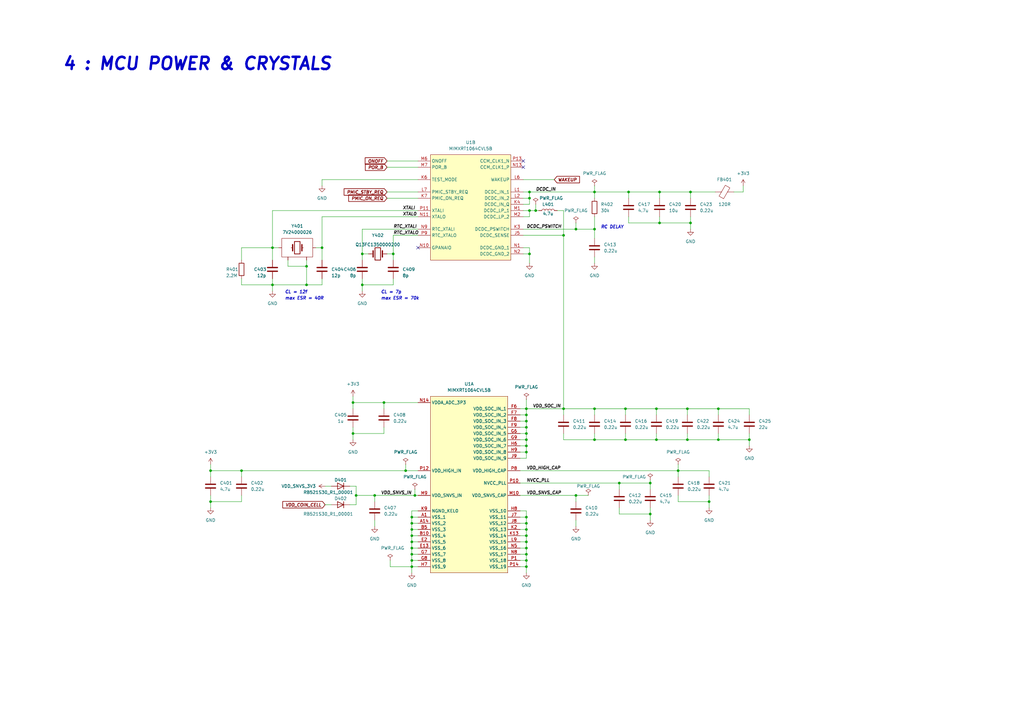
<source format=kicad_sch>
(kicad_sch (version 20211123) (generator eeschema)
  (paper "A3")
  (title_block (title "MCU GPIO & Memory signals") (date "2023-05-19") (rev "0") (company "Soundsom"))
  (junction (at 215.9 175.26))
  (junction (at 256.54 167.64))
  (junction (at 111.76 116.84))
  (junction (at 86.36 193.04))
  (junction (at 215.9 227.33))
  (junction (at 86.36 205.74))
  (junction (at 166.37 193.04))
  (junction (at 266.7 210.82))
  (junction (at 170.18 203.2))
  (junction (at 215.9 212.09))
  (junction (at 215.9 219.71))
  (junction (at 217.17 81.28))
  (junction (at 243.84 180.34))
  (junction (at 266.7 198.12))
  (junction (at 148.59 116.84))
  (junction (at 161.29 104.14))
  (junction (at 217.17 86.36))
  (junction (at 294.64 167.64))
  (junction (at 157.48 165.1))
  (junction (at 168.91 227.33))
  (junction (at 215.9 182.88))
  (junction (at 144.78 177.8))
  (junction (at 269.24 167.64))
  (junction (at 215.9 167.64))
  (junction (at 168.91 212.09))
  (junction (at 153.67 203.2))
  (junction (at 168.91 232.41))
  (junction (at 217.17 78.74))
  (junction (at 215.9 217.17))
  (junction (at 283.21 78.74))
  (junction (at 281.94 167.64))
  (junction (at 278.13 193.04))
  (junction (at 215.9 170.18))
  (junction (at 111.76 101.6))
  (junction (at 290.83 205.74))
  (junction (at 256.54 180.34))
  (junction (at 215.9 229.87))
  (junction (at 168.91 222.25))
  (junction (at 243.84 93.98))
  (junction (at 231.14 96.52))
  (junction (at 215.9 214.63))
  (junction (at 294.64 180.34))
  (junction (at 215.9 180.34))
  (junction (at 217.17 104.14))
  (junction (at 270.51 91.44))
  (junction (at 125.73 116.84))
  (junction (at 254 198.12))
  (junction (at 168.91 224.79))
  (junction (at 281.94 180.34))
  (junction (at 144.78 165.1))
  (junction (at 243.84 167.64))
  (junction (at 168.91 229.87))
  (junction (at 168.91 219.71))
  (junction (at 236.22 203.2))
  (junction (at 215.9 177.8))
  (junction (at 307.34 180.34))
  (junction (at 99.06 193.04))
  (junction (at 257.81 78.74))
  (junction (at 146.05 203.2))
  (junction (at 231.14 167.64))
  (junction (at 236.22 93.98))
  (junction (at 132.08 101.6))
  (junction (at 219.71 86.36))
  (junction (at 125.73 109.22))
  (junction (at 243.84 78.74))
  (junction (at 215.9 222.25))
  (junction (at 215.9 224.79))
  (junction (at 168.91 217.17))
  (junction (at 215.9 232.41))
  (junction (at 148.59 104.14))
  (junction (at 215.9 172.72))
  (junction (at 270.51 78.74))
  (junction (at 168.91 214.63))
  (junction (at 215.9 185.42))
  (junction (at 269.24 180.34))
  (junction (at 283.21 91.44))
  (no_connect (at 171.45 101.6))
  (no_connect (at 214.63 66.04))
  (no_connect (at 214.63 68.58))
  (wire (pts (xy 278.13 205.74) (xy 290.83 205.74)))
  (wire (pts (xy 86.36 193.04) (xy 86.36 195.58)))
  (wire (pts (xy 168.91 224.79) (xy 168.91 222.25)))
  (wire (pts (xy 99.06 203.2) (xy 99.06 205.74)))
  (wire (pts (xy 304.8 76.2) (xy 304.8 78.74)))
  (wire (pts (xy 213.36 224.79) (xy 215.9 224.79)))
  (wire (pts (xy 243.84 105.41) (xy 243.84 107.95)))
  (wire (pts (xy 231.14 180.34) (xy 243.84 180.34)))
  (wire (pts (xy 215.9 163.83) (xy 215.9 167.64)))
  (wire (pts (xy 256.54 177.8) (xy 256.54 180.34)))
  (wire (pts (xy 300.99 78.74) (xy 304.8 78.74)))
  (wire (pts (xy 243.84 78.74) (xy 257.81 78.74)))
  (wire (pts (xy 144.78 162.56) (xy 144.78 165.1)))
  (wire (pts (xy 158.75 78.74) (xy 171.45 78.74)))
  (wire (pts (xy 143.51 207.01) (xy 146.05 207.01)))
  (wire (pts (xy 294.64 167.64) (xy 307.34 167.64)))
  (wire (pts (xy 168.91 227.33) (xy 168.91 224.79)))
  (wire (pts (xy 144.78 177.8) (xy 157.48 177.8)))
  (wire (pts (xy 215.9 209.55) (xy 215.9 212.09)))
  (wire (pts (xy 158.75 81.28) (xy 171.45 81.28)))
  (wire (pts (xy 158.75 66.04) (xy 171.45 66.04)))
  (wire (pts (xy 153.67 213.36) (xy 153.67 215.9)))
  (wire (pts (xy 283.21 81.28) (xy 283.21 78.74)))
  (wire (pts (xy 144.78 177.8) (xy 144.78 180.34)))
  (wire (pts (xy 213.36 185.42) (xy 215.9 185.42)))
  (wire (pts (xy 157.48 175.26) (xy 157.48 177.8)))
  (wire (pts (xy 281.94 180.34) (xy 294.64 180.34)))
  (wire (pts (xy 168.91 232.41) (xy 168.91 234.95)))
  (wire (pts (xy 168.91 217.17) (xy 168.91 214.63)))
  (wire (pts (xy 270.51 91.44) (xy 283.21 91.44)))
  (wire (pts (xy 217.17 86.36) (xy 219.71 86.36)))
  (wire (pts (xy 168.91 232.41) (xy 160.02 232.41)))
  (wire (pts (xy 132.08 88.9) (xy 171.45 88.9)))
  (wire (pts (xy 257.81 91.44) (xy 270.51 91.44)))
  (wire (pts (xy 269.24 167.64) (xy 281.94 167.64)))
  (wire (pts (xy 213.36 214.63) (xy 215.9 214.63)))
  (wire (pts (xy 168.91 229.87) (xy 168.91 227.33)))
  (wire (pts (xy 168.91 232.41) (xy 168.91 229.87)))
  (wire (pts (xy 99.06 193.04) (xy 166.37 193.04)))
  (wire (pts (xy 168.91 212.09) (xy 168.91 209.55)))
  (wire (pts (xy 213.36 167.64) (xy 215.9 167.64)))
  (wire (pts (xy 307.34 180.34) (xy 307.34 177.8)))
  (wire (pts (xy 215.9 172.72) (xy 215.9 175.26)))
  (wire (pts (xy 214.63 73.66) (xy 227.33 73.66)))
  (wire (pts (xy 168.91 224.79) (xy 171.45 224.79)))
  (wire (pts (xy 213.36 212.09) (xy 215.9 212.09)))
  (wire (pts (xy 148.59 104.14) (xy 148.59 93.98)))
  (wire (pts (xy 86.36 193.04) (xy 99.06 193.04)))
  (wire (pts (xy 269.24 180.34) (xy 281.94 180.34)))
  (wire (pts (xy 266.7 198.12) (xy 266.7 200.66)))
  (wire (pts (xy 161.29 116.84) (xy 148.59 116.84)))
  (wire (pts (xy 228.6 86.36) (xy 231.14 86.36)))
  (wire (pts (xy 215.9 177.8) (xy 215.9 180.34)))
  (wire (pts (xy 214.63 93.98) (xy 236.22 93.98)))
  (wire (pts (xy 161.29 104.14) (xy 161.29 96.52)))
  (wire (pts (xy 236.22 203.2) (xy 241.3 203.2)))
  (wire (pts (xy 213.36 175.26) (xy 215.9 175.26)))
  (wire (pts (xy 168.91 227.33) (xy 171.45 227.33)))
  (wire (pts (xy 307.34 167.64) (xy 307.34 170.18)))
  (wire (pts (xy 111.76 116.84) (xy 125.73 116.84)))
  (wire (pts (xy 290.83 203.2) (xy 290.83 205.74)))
  (wire (pts (xy 213.36 203.2) (xy 236.22 203.2)))
  (wire (pts (xy 86.36 190.5) (xy 86.36 193.04)))
  (wire (pts (xy 307.34 180.34) (xy 307.34 182.88)))
  (wire (pts (xy 231.14 167.64) (xy 243.84 167.64)))
  (wire (pts (xy 168.91 214.63) (xy 168.91 212.09)))
  (wire (pts (xy 215.9 167.64) (xy 215.9 170.18)))
  (wire (pts (xy 215.9 227.33) (xy 215.9 229.87)))
  (wire (pts (xy 111.76 101.6) (xy 111.76 106.68)))
  (wire (pts (xy 215.9 170.18) (xy 215.9 172.72)))
  (wire (pts (xy 214.63 101.6) (xy 217.17 101.6)))
  (wire (pts (xy 243.84 167.64) (xy 256.54 167.64)))
  (wire (pts (xy 111.76 101.6) (xy 111.76 86.36)))
  (wire (pts (xy 146.05 203.2) (xy 153.67 203.2)))
  (wire (pts (xy 270.51 78.74) (xy 257.81 78.74)))
  (wire (pts (xy 254 198.12) (xy 266.7 198.12)))
  (wire (pts (xy 146.05 203.2) (xy 146.05 207.01)))
  (wire (pts (xy 213.36 180.34) (xy 215.9 180.34)))
  (wire (pts (xy 217.17 78.74) (xy 217.17 81.28)))
  (wire (pts (xy 214.63 81.28) (xy 217.17 81.28)))
  (wire (pts (xy 168.91 229.87) (xy 171.45 229.87)))
  (wire (pts (xy 215.9 212.09) (xy 215.9 214.63)))
  (wire (pts (xy 161.29 104.14) (xy 161.29 106.68)))
  (wire (pts (xy 125.73 109.22) (xy 125.73 116.84)))
  (wire (pts (xy 213.36 172.72) (xy 215.9 172.72)))
  (wire (pts (xy 146.05 199.39) (xy 143.51 199.39)))
  (wire (pts (xy 231.14 96.52) (xy 231.14 86.36)))
  (wire (pts (xy 157.48 165.1) (xy 171.45 165.1)))
  (wire (pts (xy 219.71 83.82) (xy 219.71 86.36)))
  (wire (pts (xy 215.9 229.87) (xy 215.9 232.41)))
  (wire (pts (xy 213.36 229.87) (xy 215.9 229.87)))
  (wire (pts (xy 213.36 177.8) (xy 215.9 177.8)))
  (wire (pts (xy 99.06 205.74) (xy 86.36 205.74)))
  (wire (pts (xy 254 208.28) (xy 254 210.82)))
  (wire (pts (xy 243.84 177.8) (xy 243.84 180.34)))
  (wire (pts (xy 86.36 205.74) (xy 86.36 208.28)))
  (wire (pts (xy 214.63 78.74) (xy 217.17 78.74)))
  (wire (pts (xy 290.83 205.74) (xy 290.83 208.28)))
  (wire (pts (xy 256.54 167.64) (xy 269.24 167.64)))
  (wire (pts (xy 243.84 93.98) (xy 243.84 88.9)))
  (wire (pts (xy 157.48 165.1) (xy 157.48 167.64)))
  (wire (pts (xy 168.91 222.25) (xy 171.45 222.25)))
  (wire (pts (xy 214.63 88.9) (xy 217.17 88.9)))
  (wire (pts (xy 146.05 199.39) (xy 146.05 203.2)))
  (wire (pts (xy 129.54 101.6) (xy 132.08 101.6)))
  (wire (pts (xy 125.73 106.68) (xy 125.73 109.22)))
  (wire (pts (xy 256.54 167.64) (xy 256.54 170.18)))
  (wire (pts (xy 270.51 81.28) (xy 270.51 78.74)))
  (wire (pts (xy 266.7 210.82) (xy 266.7 213.36)))
  (wire (pts (xy 168.91 217.17) (xy 171.45 217.17)))
  (wire (pts (xy 215.9 214.63) (xy 215.9 217.17)))
  (wire (pts (xy 111.76 116.84) (xy 111.76 119.38)))
  (wire (pts (xy 213.36 217.17) (xy 215.9 217.17)))
  (wire (pts (xy 168.91 219.71) (xy 168.91 217.17)))
  (wire (pts (xy 213.36 182.88) (xy 215.9 182.88)))
  (wire (pts (xy 283.21 91.44) (xy 283.21 88.9)))
  (wire (pts (xy 125.73 116.84) (xy 132.08 116.84)))
  (wire (pts (xy 281.94 167.64) (xy 281.94 170.18)))
  (wire (pts (xy 257.81 81.28) (xy 257.81 78.74)))
  (wire (pts (xy 231.14 96.52) (xy 231.14 167.64)))
  (wire (pts (xy 111.76 101.6) (xy 99.06 101.6)))
  (wire (pts (xy 215.9 217.17) (xy 215.9 219.71)))
  (wire (pts (xy 161.29 96.52) (xy 171.45 96.52)))
  (wire (pts (xy 111.76 101.6) (xy 114.3 101.6)))
  (wire (pts (xy 215.9 232.41) (xy 215.9 234.95)))
  (wire (pts (xy 168.91 219.71) (xy 171.45 219.71)))
  (wire (pts (xy 215.9 222.25) (xy 215.9 224.79)))
  (wire (pts (xy 214.63 96.52) (xy 231.14 96.52)))
  (wire (pts (xy 213.36 222.25) (xy 215.9 222.25)))
  (wire (pts (xy 243.84 167.64) (xy 243.84 170.18)))
  (wire (pts (xy 168.91 222.25) (xy 168.91 219.71)))
  (wire (pts (xy 236.22 213.36) (xy 236.22 215.9)))
  (wire (pts (xy 118.11 109.22) (xy 125.73 109.22)))
  (wire (pts (xy 278.13 190.5) (xy 278.13 193.04)))
  (wire (pts (xy 215.9 180.34) (xy 215.9 182.88)))
  (wire (pts (xy 283.21 78.74) (xy 293.37 78.74)))
  (wire (pts (xy 217.17 104.14) (xy 217.17 107.95)))
  (wire (pts (xy 269.24 167.64) (xy 269.24 170.18)))
  (wire (pts (xy 266.7 196.85) (xy 266.7 198.12)))
  (wire (pts (xy 161.29 114.3) (xy 161.29 116.84)))
  (wire (pts (xy 294.64 177.8) (xy 294.64 180.34)))
  (wire (pts (xy 148.59 93.98) (xy 171.45 93.98)))
  (wire (pts (xy 215.9 185.42) (xy 215.9 182.88)))
  (wire (pts (xy 213.36 227.33) (xy 215.9 227.33)))
  (wire (pts (xy 171.45 203.2) (xy 170.18 203.2)))
  (wire (pts (xy 236.22 203.2) (xy 236.22 205.74)))
  (wire (pts (xy 219.71 86.36) (xy 220.98 86.36)))
  (wire (pts (xy 256.54 180.34) (xy 269.24 180.34)))
  (wire (pts (xy 243.84 76.2) (xy 243.84 78.74)))
  (wire (pts (xy 283.21 91.44) (xy 283.21 93.98)))
  (wire (pts (xy 148.59 116.84) (xy 148.59 119.38)))
  (wire (pts (xy 133.35 199.39) (xy 135.89 199.39)))
  (wire (pts (xy 243.84 93.98) (xy 243.84 97.79)))
  (wire (pts (xy 217.17 83.82) (xy 217.17 81.28)))
  (wire (pts (xy 254 198.12) (xy 254 200.66)))
  (wire (pts (xy 168.91 214.63) (xy 171.45 214.63)))
  (wire (pts (xy 99.06 116.84) (xy 111.76 116.84)))
  (wire (pts (xy 270.51 88.9) (xy 270.51 91.44)))
  (wire (pts (xy 213.36 209.55) (xy 215.9 209.55)))
  (wire (pts (xy 214.63 83.82) (xy 217.17 83.82)))
  (wire (pts (xy 236.22 93.98) (xy 243.84 93.98)))
  (wire (pts (xy 158.75 104.14) (xy 161.29 104.14)))
  (wire (pts (xy 132.08 101.6) (xy 132.08 106.68)))
  (wire (pts (xy 132.08 73.66) (xy 132.08 76.2)))
  (wire (pts (xy 215.9 167.64) (xy 231.14 167.64)))
  (wire (pts (xy 278.13 193.04) (xy 290.83 193.04)))
  (wire (pts (xy 132.08 73.66) (xy 171.45 73.66)))
  (wire (pts (xy 144.78 175.26) (xy 144.78 177.8)))
  (wire (pts (xy 294.64 180.34) (xy 307.34 180.34)))
  (wire (pts (xy 217.17 88.9) (xy 217.17 86.36)))
  (wire (pts (xy 243.84 180.34) (xy 256.54 180.34)))
  (wire (pts (xy 153.67 203.2) (xy 153.67 205.74)))
  (wire (pts (xy 215.9 219.71) (xy 215.9 222.25)))
  (wire (pts (xy 213.36 198.12) (xy 254 198.12)))
  (wire (pts (xy 231.14 177.8) (xy 231.14 180.34)))
  (wire (pts (xy 132.08 101.6) (xy 132.08 88.9)))
  (wire (pts (xy 214.63 104.14) (xy 217.17 104.14)))
  (wire (pts (xy 213.36 187.96) (xy 215.9 187.96)))
  (wire (pts (xy 111.76 114.3) (xy 111.76 116.84)))
  (wire (pts (xy 283.21 78.74) (xy 270.51 78.74)))
  (wire (pts (xy 168.91 212.09) (xy 171.45 212.09)))
  (wire (pts (xy 278.13 193.04) (xy 278.13 195.58)))
  (wire (pts (xy 215.9 187.96) (xy 215.9 185.42)))
  (wire (pts (xy 144.78 165.1) (xy 157.48 165.1)))
  (wire (pts (xy 148.59 104.14) (xy 148.59 106.68)))
  (wire (pts (xy 257.81 88.9) (xy 257.81 91.44)))
  (wire (pts (xy 213.36 170.18) (xy 215.9 170.18)))
  (wire (pts (xy 215.9 175.26) (xy 215.9 177.8)))
  (wire (pts (xy 243.84 78.74) (xy 243.84 81.28)))
  (wire (pts (xy 231.14 170.18) (xy 231.14 167.64)))
  (wire (pts (xy 166.37 193.04) (xy 171.45 193.04)))
  (wire (pts (xy 215.9 232.41) (xy 213.36 232.41)))
  (wire (pts (xy 281.94 167.64) (xy 294.64 167.64)))
  (wire (pts (xy 269.24 177.8) (xy 269.24 180.34)))
  (wire (pts (xy 99.06 101.6) (xy 99.06 106.68)))
  (wire (pts (xy 158.75 68.58) (xy 171.45 68.58)))
  (wire (pts (xy 213.36 193.04) (xy 278.13 193.04)))
  (wire (pts (xy 132.08 114.3) (xy 132.08 116.84)))
  (wire (pts (xy 111.76 86.36) (xy 171.45 86.36)))
  (wire (pts (xy 213.36 219.71) (xy 215.9 219.71)))
  (wire (pts (xy 217.17 78.74) (xy 243.84 78.74)))
  (wire (pts (xy 166.37 190.5) (xy 166.37 193.04)))
  (wire (pts (xy 170.18 203.2) (xy 153.67 203.2)))
  (wire (pts (xy 278.13 203.2) (xy 278.13 205.74)))
  (wire (pts (xy 281.94 177.8) (xy 281.94 180.34)))
  (wire (pts (xy 99.06 114.3) (xy 99.06 116.84)))
  (wire (pts (xy 118.11 106.68) (xy 118.11 109.22)))
  (wire (pts (xy 86.36 203.2) (xy 86.36 205.74)))
  (wire (pts (xy 254 210.82) (xy 266.7 210.82)))
  (wire (pts (xy 236.22 91.44) (xy 236.22 93.98)))
  (wire (pts (xy 160.02 232.41) (xy 160.02 229.87)))
  (wire (pts (xy 294.64 167.64) (xy 294.64 170.18)))
  (wire (pts (xy 144.78 165.1) (xy 144.78 167.64)))
  (wire (pts (xy 171.45 232.41) (xy 168.91 232.41)))
  (wire (pts (xy 214.63 86.36) (xy 217.17 86.36)))
  (wire (pts (xy 99.06 193.04) (xy 99.06 195.58)))
  (wire (pts (xy 151.13 104.14) (xy 148.59 104.14)))
  (wire (pts (xy 133.35 207.01) (xy 135.89 207.01)))
  (wire (pts (xy 266.7 208.28) (xy 266.7 210.82)))
  (wire (pts (xy 215.9 224.79) (xy 215.9 227.33)))
  (wire (pts (xy 290.83 193.04) (xy 290.83 195.58)))
  (wire (pts (xy 168.91 209.55) (xy 171.45 209.55)))
  (wire (pts (xy 217.17 101.6) (xy 217.17 104.14)))
  (wire (pts (xy 170.18 200.66) (xy 170.18 203.2)))
  (wire (pts (xy 148.59 114.3) (xy 148.59 116.84)))
  (text "RC DELAY" (at 246.38 93.98 0) (effects (font (size 1.27 1.27) bold italic) (justify left bottom)))
  (text "4 : MCU POWER & CRYSTALS" (at 25.4 29.21 0) (effects (font (size 5 5) bold italic) (justify left bottom)))
  (text "CL = 7p" (at 156.21 120.65 0) (effects (font (size 1.27 1.27) (thickness 0.254) bold italic) (justify left bottom)))
  (text "max ESR = 70k " (at 156.21 123.19 0) (effects (font (size 1.27 1.27) bold italic) (justify left bottom)))
  (text "CL = 12f" (at 116.84 120.65 0) (effects (font (size 1.27 1.27) bold italic) (justify left bottom)))
  (text "max ESR = 40R" (at 116.84 123.19 0) (effects (font (size 1.27 1.27) bold italic) (justify left bottom)))
  (label "DCDC_IN" (at 219.71 78.74 0) (effects (font bold italic)))
  (label "XTAL0" (at 165.1 88.9 0) (effects (font bold italic)))
  (label "VDD_SOC_IN" (at 218.44 167.64 0) (effects (font bold italic)))
  (label "VDD_SNVS_IN" (at 156.21 203.2 0) (effects (font bold italic)))
  (label "XTALI" (at 165.1 86.36 0) (effects (font bold italic)))
  (label "RTC_XTALI" (at 161.29 93.98 0) (effects (font bold italic)))
  (label "NVCC_PLL" (at 215.9 198.12 0) (effects (font bold italic)))
  (label "VDD_HIGH_CAP" (at 215.9 193.04 0) (effects (font bold italic)))
  (label "RTC_XTALO" (at 161.29 96.52 0) (effects (font bold italic)))
  (label "DCDC_PSWITCH" (at 215.9 93.98 0) (effects (font bold italic)))
  (label "VDD_SNVS_CAP" (at 215.9 203.2 0) (effects (font bold italic)))
  (global_label "VDD_COIN_CELL" (shape input) (at 133.35 207.01 180) (effects (font (thickness 0.254) bold italic)) (property "Intersheet References" "${INTERSHEET_REFS}" (effects hide)))
  (global_label "PMIC_ON_REQ" (shape input) (at 158.75 81.28 180) (effects (font bold italic)) (property "Intersheet References" "${INTERSHEET_REFS}" (effects hide)))
  (global_label "WAKEUP" (shape input) (at 227.33 73.66 0) (effects (font bold italic)) (property "Intersheet References" "${INTERSHEET_REFS}" (effects hide)))
  (global_label "PMIC_STBY_REQ" (shape input) (at 158.75 78.74 180) (effects (font bold italic)) (property "Intersheet References" "${INTERSHEET_REFS}" (effects hide)))
  (global_label "ONOFF" (shape input) (at 158.75 66.04 180) (effects (font bold italic)) (property "Intersheet References" "${INTERSHEET_REFS}" (effects hide)))
  (global_label "POR_B" (shape input) (at 158.75 68.58 180) (effects (font bold italic)) (property "Intersheet References" "${INTERSHEET_REFS}" (effects hide)))
  (symbol (lib_id "power:+3V3") (at 144.78 162.56 0) (unit 1)
    (property "Reference" "#PWR0406" (effects hide))
    (property "Value" "+3V3" (at 144.78 157.48 0))
  )
  (symbol (lib_id "power:+3V3") (at 304.8 76.2 0) (unit 1)
    (property "Reference" "#PWR0418" (effects hide))
    (property "Value" "+3V3" (at 304.8 71.12 0))
  )
  (symbol (lib_id "MIMXRT1064 MCU Module:RB521S30_R1_00001") (at 139.7 199.39 0) (mirror y) (unit 1)
    (property "Reference" "D401" (at 139.7 196.85 0))
    (property "Value" "RB521S30_R1_00001" (at 134.62 201.93 0))
    (property "Footprint" "MIMXRT1064 MCU Module:RB521S30_R1_00001" (effects hide))
  )
  (symbol (lib_id "power:PWR_FLAG") (at 236.22 91.44 0) (unit 1)
    (property "Reference" "#FLG0407" (effects hide))
    (property "Value" "PWR_FLAG" (at 236.22 86.36 0))
  )
  (symbol (lib_name "CL05B224KO5NNNC_12") (lib_id "MIMXRT1064 MCU Module:CL05B224KO5NNNC") (at 281.94 173.99 0) (unit 1)
    (property "Reference" "C422" (at 285.75 172.7199 0) (effects (justify left)))
    (property "Value" "0.22u" (at 285.75 175.2599 0) (effects (justify left)))
    (property "Footprint" "MIMXRT1064 MCU Module:0402_CL05B224KO5NNNC" (effects hide))
  )
  (symbol (lib_id "power:GND") (at 215.9 234.95 0) (unit 1)
    (property "Reference" "#PWR0411" (effects hide))
    (property "Value" "GND" (at 215.9 240.03 0))
  )
  (symbol (lib_name "CL05B224KO5NNNC_5") (lib_id "MIMXRT1064 MCU Module:CL05B224KO5NNNC") (at 243.84 173.99 0) (unit 1)
    (property "Reference" "C414" (at 247.65 172.7199 0) (effects (justify left)))
    (property "Value" "0.22u" (at 247.65 175.2599 0) (effects (justify left)))
    (property "Footprint" "MIMXRT1064 MCU Module:0402_CL05B224KO5NNNC" (effects hide))
  )
  (symbol (lib_id "power:GND") (at 132.08 76.2 0) (unit 1)
    (property "Reference" "#PWR0404" (effects hide))
    (property "Value" "GND" (at 132.08 81.28 0))
  )
  (symbol (lib_id "power:PWR_FLAG") (at 160.02 229.87 0) (unit 1)
    (property "Reference" "#FLG0401" (effects hide))
    (property "Value" "PWR_FLAG" (at 156.21 224.79 0) (effects (justify left)))
  )
  (symbol (lib_name "CL05B224KO5NNNC_6") (lib_id "MIMXRT1064 MCU Module:CL05B224KO5NNNC") (at 243.84 101.6 0) (unit 1)
    (property "Reference" "C413" (at 247.65 100.3299 0) (effects (justify left)))
    (property "Value" "0.22u" (at 247.65 102.8699 0) (effects (justify left)))
    (property "Footprint" "MIMXRT1064 MCU Module:0402_CL05B224KO5NNNC" (effects hide))
  )
  (symbol (lib_id "MIMXRT1064 MCU Module:LQM21PN4R7MGRD") (at 224.79 86.36 0) (unit 1)
    (property "Reference" "L401" (at 224.79 83.82 0))
    (property "Value" "4.7u" (at 224.79 87.63 0))
    (property "Footprint" "MIMXRT1064 MCU Module:LQM21PN4R7MGRD" (effects hide))
  )
  (symbol (lib_id "MIMXRT1064 MCU Module:RB521S30_R1_00001") (at 139.7 207.01 0) (mirror y) (unit 1)
    (property "Reference" "D402" (at 139.7 204.47 0))
    (property "Value" "RB521S30_R1_00001" (at 134.62 210.82 0))
    (property "Footprint" "MIMXRT1064 MCU Module:RB521S30_R1_00001" (effects hide))
  )
  (symbol (lib_id "power:GND") (at 243.84 107.95 0) (unit 1)
    (property "Reference" "#PWR0414" (effects hide))
    (property "Value" "GND" (at 243.84 113.03 0))
  )
  (symbol (lib_id "MIMXRT1064 MCU Module:CL10A106KP8NNNC") (at 270.51 85.09 0) (unit 1)
    (property "Reference" "C420" (at 274.32 83.8199 0) (effects (justify left)))
    (property "Value" "10u" (at 274.32 86.3599 0) (effects (justify left)))
    (property "Footprint" "MIMXRT1064 MCU Module:0603_CL10A106KP8NNNC" (effects hide))
  )
  (symbol (lib_id "MIMXRT1064 MCU Module:GCM1555C1H8R0DA16D") (at 161.29 110.49 0) (unit 1)
    (property "Reference" "C409" (at 165.1 110.49 0) (effects (justify left)))
    (property "Value" "8p" (at 165.1 113.03 0) (effects (justify left)))
    (property "Footprint" "MIMXRT1064 MCU Module:0402_GCM1555C1H8R0DA16D" (effects hide))
  )
  (symbol (lib_name "CL05B224KO5NNNC_3") (lib_id "MIMXRT1064 MCU Module:CL05B224KO5NNNC") (at 99.06 199.39 0) (unit 1)
    (property "Reference" "C402" (at 102.87 198.1199 0) (effects (justify left)))
    (property "Value" "0.22u" (at 102.87 200.6599 0) (effects (justify left)))
    (property "Footprint" "MIMXRT1064 MCU Module:0402_CL05B224KO5NNNC" (effects hide))
  )
  (symbol (lib_id "MIMXRT1064 MCU Module:CL05A105KA5NQNC") (at 144.78 171.45 0) (unit 1)
    (property "Reference" "C405" (at 137.16 170.18 0) (effects (justify left)))
    (property "Value" "1u" (at 138.43 172.72 0) (effects (justify left)))
    (property "Footprint" "MIMXRT1064 MCU Module:0402_CL05A105KA5NQNC" (effects hide))
  )
  (symbol (lib_name "CL05A475MP5NRNC_3") (lib_id "MIMXRT1064 MCU Module:CL05A475MP5NRNC") (at 257.81 85.09 0) (unit 1)
    (property "Reference" "C417" (at 261.62 83.8199 0) (effects (justify left)))
    (property "Value" "4.7u" (at 261.62 86.3599 0) (effects (justify left)))
    (property "Footprint" "MIMXRT1064 MCU Module:0402_CL05A475MP5NRNC" (effects hide))
  )
  (symbol (lib_id "MIMXRT1064 MCU Module:MIMXRT1064CVL5B") (at 191.77 196.85 0) (unit 1)
    (property "Reference" "U1" (at 192.405 157.48 0))
    (property "Value" "MIMXRT1064CVL5B" (at 192.405 160.02 0))
    (property "Footprint" "MIMXRT1064 MCU Module:MIMXRT1064CVL5B" (effects hide))
  )
  (symbol (lib_id "power:GND") (at 217.17 107.95 0) (unit 1)
    (property "Reference" "#PWR0412" (effects hide))
    (property "Value" "GND" (at 217.17 113.03 0))
  )
  (symbol (lib_name "CL05B224KO5NNNC_1") (lib_id "MIMXRT1064 MCU Module:CL05B224KO5NNNC") (at 153.67 209.55 0) (unit 1)
    (property "Reference" "C407" (at 157.48 208.2799 0) (effects (justify left)))
    (property "Value" "0.22u" (at 157.48 210.8199 0) (effects (justify left)))
    (property "Footprint" "MIMXRT1064 MCU Module:0402_CL05B224KO5NNNC" (effects hide))
  )
  (symbol (lib_id "MIMXRT1064 MCU Module:CL05B224KO5NNNC") (at 278.13 199.39 0) (unit 1)
    (property "Reference" "C418" (at 281.94 198.1199 0) (effects (justify left)))
    (property "Value" "0.22u" (at 281.94 200.6599 0) (effects (justify left)))
    (property "Footprint" "MIMXRT1064 MCU Module:0402_CL05B224KO5NNNC" (effects hide))
  )
  (symbol (lib_id "MIMXRT1064 MCU Module:CL10A226MQ8NRNC") (at 307.34 173.99 0) (unit 1)
    (property "Reference" "C425" (at 311.15 172.7199 0) (effects (justify left)))
    (property "Value" "22u" (at 311.15 175.2599 0) (effects (justify left)))
    (property "Footprint" "MIMXRT1064 MCU Module:0603_CL10A226MQ8NRNC" (effects hide))
  )
  (symbol (lib_name "CL05B224KO5NNNC_11") (lib_id "MIMXRT1064 MCU Module:CL05B224KO5NNNC") (at 236.22 209.55 0) (unit 1)
    (property "Reference" "C410" (at 240.03 208.2799 0) (effects (justify left)))
    (property "Value" "0.22u" (at 240.03 210.8199 0) (effects (justify left)))
    (property "Footprint" "MIMXRT1064 MCU Module:0402_CL05B224KO5NNNC" (effects hide))
  )
  (symbol (lib_name "CL05A475MP5NRNC_2") (lib_id "MIMXRT1064 MCU Module:CL05A475MP5NRNC") (at 266.7 204.47 0) (unit 1)
    (property "Reference" "C415" (at 270.51 203.1999 0) (effects (justify left)))
    (property "Value" "4.7u" (at 270.51 205.7399 0) (effects (justify left)))
    (property "Footprint" "MIMXRT1064 MCU Module:0402_CL05A475MP5NRNC" (effects hide))
  )
  (symbol (lib_id "power:PWR_FLAG") (at 166.37 190.5 0) (unit 1)
    (property "Reference" "#FLG0402" (effects hide))
    (property "Value" "PWR_FLAG" (at 166.37 185.42 0))
  )
  (symbol (lib_name "CL05B224KO5NNNC_8") (lib_id "MIMXRT1064 MCU Module:CL05B224KO5NNNC") (at 256.54 173.99 0) (unit 1)
    (property "Reference" "C416" (at 260.35 172.7199 0) (effects (justify left)))
    (property "Value" "0.22u" (at 260.35 175.2599 0) (effects (justify left)))
    (property "Footprint" "MIMXRT1064 MCU Module:0402_CL05B224KO5NNNC" (effects hide))
  )
  (symbol (lib_name "CL05B224KO5NNNC_2") (lib_id "MIMXRT1064 MCU Module:CL05B224KO5NNNC") (at 157.48 171.45 0) (unit 1)
    (property "Reference" "C408" (at 161.29 170.18 0) (effects (justify left)))
    (property "Value" "0.22u" (at 161.29 172.72 0) (effects (justify left)))
    (property "Footprint" "MIMXRT1064 MCU Module:0402_CL05B224KO5NNNC" (effects hide))
  )
  (symbol (lib_id "power:GND") (at 148.59 119.38 0) (unit 1)
    (property "Reference" "#PWR0408" (effects hide))
    (property "Value" "GND" (at 148.59 124.46 0))
  )
  (symbol (lib_id "power:GND") (at 236.22 215.9 0) (unit 1)
    (property "Reference" "#PWR0413" (effects hide))
    (property "Value" "GND" (at 236.22 220.98 0))
  )
  (symbol (lib_id "power:PWR_FLAG") (at 241.3 203.2 0) (unit 1)
    (property "Reference" "#FLG0406" (effects hide))
    (property "Value" "PWR_FLAG" (at 241.3 199.39 0))
  )
  (symbol (lib_id "MIMXRT1064 MCU Module:BLM18AG121SN1D") (at 297.18 78.74 90) (unit 1)
    (property "Reference" "FB401" (at 297.1292 73.66 90))
    (property "Value" "120R" (at 297.18 83.82 90))
    (property "Footprint" "MIMXRT1064 MCU Module:0603_BLM18AG121SN1D" (effects hide))
  )
  (symbol (lib_id "power:PWR_FLAG") (at 170.18 200.66 0) (unit 1)
    (property "Reference" "#FLG0403" (effects hide))
    (property "Value" "PWR_FLAG" (at 170.18 195.58 0))
  )
  (symbol (lib_name "CL05B224KO5NNNC_10") (lib_id "MIMXRT1064 MCU Module:CL05B224KO5NNNC") (at 283.21 85.09 0) (unit 1)
    (property "Reference" "C423" (at 287.02 83.8199 0) (effects (justify left)))
    (property "Value" "0.22u" (at 287.02 86.3599 0) (effects (justify left)))
    (property "Footprint" "MIMXRT1064 MCU Module:0402_CL05B224KO5NNNC" (effects hide))
  )
  (symbol (lib_id "power:GND") (at 307.34 182.88 0) (unit 1)
    (property "Reference" "#PWR0419" (effects hide))
    (property "Value" "GND" (at 307.34 187.96 0))
  )
  (symbol (lib_id "power:GND") (at 283.21 93.98 0) (unit 1)
    (property "Reference" "#PWR0417" (effects hide))
    (property "Value" "GND" (at 283.21 99.06 0))
  )
  (symbol (lib_id "power:+3V3") (at 86.36 190.5 0) (unit 1)
    (property "Reference" "#PWR0401" (effects hide))
    (property "Value" "+3V3" (at 86.36 185.42 0))
  )
  (symbol (lib_id "power:GND") (at 290.83 208.28 0) (unit 1)
    (property "Reference" "#PWR0416" (effects hide))
    (property "Value" "GND" (at 290.83 213.36 0))
  )
  (symbol (lib_id "MIMXRT1064 MCU Module:7V24000026") (at 121.92 101.6 0) (unit 1)
    (property "Reference" "Y401" (at 121.92 92.71 0))
    (property "Value" "7V24000026" (at 121.92 95.25 0))
    (property "Footprint" "MIMXRT1064 MCU Module:7V24000026" (effects hide))
  )
  (symbol (lib_id "power:PWR_FLAG") (at 278.13 190.5 0) (unit 1)
    (property "Reference" "#FLG0410" (effects hide))
    (property "Value" "PWR_FLAG" (at 278.13 185.42 0))
  )
  (symbol (lib_name "CL05B224KO5NNNC_4") (lib_id "MIMXRT1064 MCU Module:CL05B224KO5NNNC") (at 231.14 173.99 0) (unit 1)
    (property "Reference" "C411" (at 234.95 172.7199 0) (effects (justify left)))
    (property "Value" "0.22u" (at 234.95 175.2599 0) (effects (justify left)))
    (property "Footprint" "MIMXRT1064 MCU Module:0402_CL05B224KO5NNNC" (effects hide))
  )
  (symbol (lib_name "CL05A475MP5NRNC_4") (lib_id "MIMXRT1064 MCU Module:CL05A475MP5NRNC") (at 290.83 199.39 0) (unit 1)
    (property "Reference" "C421" (at 294.64 198.1199 0) (effects (justify left)))
    (property "Value" "4.7u" (at 294.64 200.6599 0) (effects (justify left)))
    (property "Footprint" "MIMXRT1064 MCU Module:0402_CL05A475MP5NRNC" (effects hide))
  )
  (symbol (lib_id "MIMXRT1064 MCU Module:GRM1555C1H120GA01D") (at 111.76 110.49 0) (unit 1)
    (property "Reference" "C403" (at 104.14 110.49 0) (effects (justify left)))
    (property "Value" "12p" (at 105.41 113.03 0) (effects (justify left)))
    (property "Footprint" "MIMXRT1064 MCU Module:0402_GRM1555C1H120GA01D" (effects hide))
  )
  (symbol (lib_id "power:GND") (at 144.78 180.34 0) (unit 1)
    (property "Reference" "#PWR0407" (effects hide))
    (property "Value" "GND" (at 144.78 185.42 0))
  )
  (symbol (lib_id "MIMXRT1064 MCU Module:AF0402FR-0730KL") (at 243.84 85.09 0) (unit 1)
    (property "Reference" "R402" (at 246.38 83.8199 0) (effects (justify left)))
    (property "Value" "30k" (at 246.38 86.3599 0) (effects (justify left)))
    (property "Footprint" "MIMXRT1064 MCU Module:AF0402FR-0730KL" (effects hide))
  )
  (symbol (lib_id "power:PWR_FLAG") (at 243.84 76.2 0) (unit 1)
    (property "Reference" "#FLG0408" (effects hide))
    (property "Value" "PWR_FLAG" (at 243.84 71.12 0))
  )
  (symbol (lib_name "CL05A475MP5NRNC_1") (lib_id "MIMXRT1064 MCU Module:CL05A475MP5NRNC") (at 86.36 199.39 0) (unit 1)
    (property "Reference" "C401" (at 90.17 198.1199 0) (effects (justify left)))
    (property "Value" "4.7u" (at 90.17 200.6599 0) (effects (justify left)))
    (property "Footprint" "MIMXRT1064 MCU Module:0402_CL05A475MP5NRNC" (effects hide))
  )
  (symbol (lib_id "MIMXRT1064 MCU Module:MIMXRT1064CVL5B") (at 193.04 83.82 0) (unit 2)
    (property "Reference" "U1" (at 193.04 58.42 0))
    (property "Value" "MIMXRT1064CVL5B" (at 193.04 60.96 0))
    (property "Footprint" "MIMXRT1064 MCU Module:MIMXRT1064CVL5B" (effects hide))
  )
  (symbol (lib_id "power:PWR_FLAG") (at 219.71 83.82 0) (unit 1)
    (property "Reference" "#FLG0405" (effects hide))
    (property "Value" "PWR_FLAG" (at 226.06 81.28 0))
  )
  (symbol (lib_id "power:GND") (at 111.76 119.38 0) (unit 1)
    (property "Reference" "#PWR0403" (effects hide))
    (property "Value" "GND" (at 111.76 124.46 0))
  )
  (symbol (lib_id "power:PWR_FLAG") (at 266.7 196.85 0) (unit 1)
    (property "Reference" "#FLG0409" (effects hide))
    (property "Value" "PWR_FLAG" (at 255.27 195.58 0) (effects (justify left)))
  )
  (symbol (lib_id "power:GND") (at 86.36 208.28 0) (unit 1)
    (property "Reference" "#PWR0402" (effects hide))
    (property "Value" "GND" (at 86.36 213.36 0))
  )
  (symbol (lib_id "power:GND") (at 266.7 213.36 0) (unit 1)
    (property "Reference" "#PWR0415" (effects hide))
    (property "Value" "GND" (at 266.7 218.44 0))
  )
  (symbol (lib_name "CL05B224KO5NNNC_9") (lib_id "MIMXRT1064 MCU Module:CL05B224KO5NNNC") (at 254 204.47 0) (unit 1)
    (property "Reference" "C412" (at 257.81 203.1999 0) (effects (justify left)))
    (property "Value" "0.22u" (at 257.81 205.7399 0) (effects (justify left)))
    (property "Footprint" "MIMXRT1064 MCU Module:0402_CL05B224KO5NNNC" (effects hide))
  )
  (symbol (lib_id "power:PWR_FLAG") (at 215.9 163.83 0) (unit 1)
    (property "Reference" "#FLG0404" (effects hide))
    (property "Value" "PWR_FLAG" (at 215.9 158.75 0))
  )
  (symbol (lib_id "MIMXRT1064 MCU Module:Q13FC1350000200") (at 154.94 104.14 0) (unit 1)
    (property "Reference" "Y402" (at 154.94 96.52 0))
    (property "Value" "Q13FC1350000200" (at 154.94 100.33 0))
    (property "Footprint" "MIMXRT1064 MCU Module:Q13FC1350000200" (effects hide))
  )
  (symbol (lib_id "MIMXRT1064 MCU Module:VDD_SNVS_3V3") (at 133.35 199.39 90) (unit 1)
    (property "Reference" "#PWR0405" (effects hide))
    (property "Value" "VDD_SNVS_3V3" (at 129.54 199.3899 90) (effects (justify left)))
  )
  (symbol (lib_id "power:GND") (at 168.91 234.95 0) (unit 1)
    (property "Reference" "#PWR0410" (effects hide))
    (property "Value" "GND" (at 168.91 240.03 0))
  )
  (symbol (lib_id "MIMXRT1064 MCU Module:CL05A475MP5NRNC") (at 294.64 173.99 0) (unit 1)
    (property "Reference" "C424" (at 298.45 172.7199 0) (effects (justify left)))
    (property "Value" "4.7u" (at 298.45 175.2599 0) (effects (justify left)))
    (property "Footprint" "MIMXRT1064 MCU Module:0402_CL05A475MP5NRNC" (effects hide))
  )
  (symbol (lib_id "power:GND") (at 153.67 215.9 0) (unit 1)
    (property "Reference" "#PWR0409" (effects hide))
    (property "Value" "GND" (at 153.67 220.98 0))
  )
  (symbol (lib_id "MIMXRT1064 MCU Module:0402WGJ0225TCE") (at 99.06 110.49 0) (unit 1)
    (property "Reference" "R401" (at 92.71 110.49 0) (effects (justify left)))
    (property "Value" "2.2M" (at 92.71 113.03 0) (effects (justify left)))
    (property "Footprint" "MIMXRT1064 MCU Module:0402WGJ0225TCE" (effects hide))
  )
  (symbol (lib_name "GCM1555C1H8R0DA16D_1") (lib_id "MIMXRT1064 MCU Module:GCM1555C1H8R0DA16D") (at 148.59 110.49 0) (unit 1)
    (property "Reference" "C406" (at 140.97 110.49 0) (effects (justify left)))
    (property "Value" "8p" (at 143.51 113.03 0) (effects (justify left)))
    (property "Footprint" "MIMXRT1064 MCU Module:0402_GCM1555C1H8R0DA16D" (effects hide))
  )
  (symbol (lib_name "CL05B224KO5NNNC_7") (lib_id "MIMXRT1064 MCU Module:CL05B224KO5NNNC") (at 269.24 173.99 0) (unit 1)
    (property "Reference" "C419" (at 273.05 172.7199 0) (effects (justify left)))
    (property "Value" "0.22u" (at 273.05 175.2599 0) (effects (justify left)))
    (property "Footprint" "MIMXRT1064 MCU Module:0402_CL05B224KO5NNNC" (effects hide))
  )
  (symbol (lib_name "GRM1555C1H120GA01D_1") (lib_id "MIMXRT1064 MCU Module:GRM1555C1H120GA01D") (at 132.08 110.49 0) (unit 1)
    (property "Reference" "C404" (at 135.89 110.49 0) (effects (justify left)))
    (property "Value" "12p" (at 135.89 113.03 0) (effects (justify left)))
    (property "Footprint" "MIMXRT1064 MCU Module:0402_GRM1555C1H120GA01D" (effects hide))
  )
)
</source>
